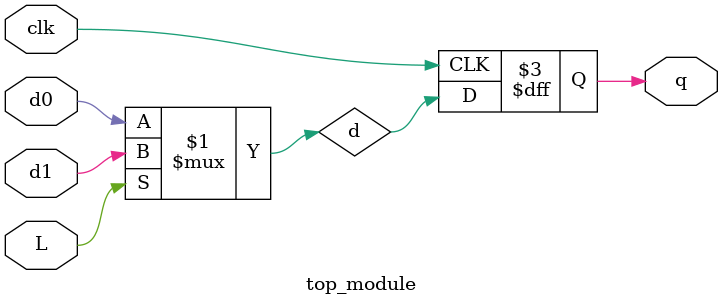
<source format=v>
`timescale 1ns/1ps
module top_module(
    input clk,
    input L,
    input d0,
    input d1,
    output reg q
);
    wire d;

    assign d = L ? d1 : d0;

    always @(posedge clk)
        q <= d;
endmodule

</source>
